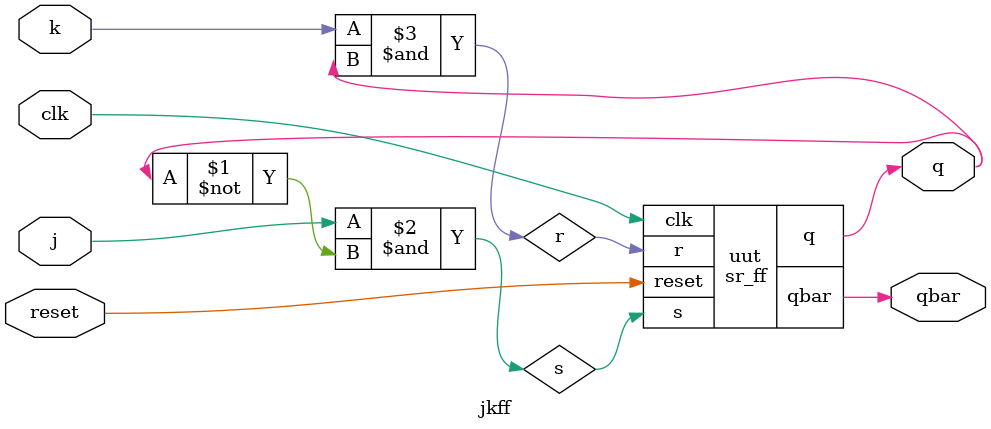
<source format=v>

module sr_ff(
  input s, r,
  input clk, reset,
  output reg q,
  output qbar
);
  
  assign qbar = ~q;
  
  always @(posedge clk or posedge reset) begin
    if (reset)
      q <= 0;
    else begin
      case ({s, r})
        2'b00: q <= q;   
        2'b01: q <= 1'b0;
        2'b10: q <= 1'b1;
        2'b11: q <= 1'bx; // Invalid state
      endcase
    end
  end
endmodule

module jkff(
  input j,k,
  input clk,reset,
  output reg q,
  output qbar
);
  wire s,r;
   assign s = j & ~q; // the sr input is changed based on j value 
  assign r = k & q;// the sr input is changed based on k value 
  
  sr_ff uut(.s(s),.r(r),.clk(clk),.reset(reset),.q(q),.qbar(qbar));
  
endmodule
  

</source>
